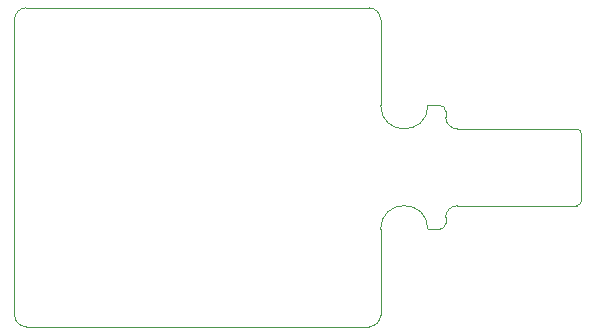
<source format=gbr>
%TF.GenerationSoftware,KiCad,Pcbnew,8.0.4*%
%TF.CreationDate,2024-07-27T11:55:36+02:00*%
%TF.ProjectId,PA3194G822_R02,50413331-3934-4473-9832-325f5230322e,2*%
%TF.SameCoordinates,Original*%
%TF.FileFunction,Profile,NP*%
%FSLAX46Y46*%
G04 Gerber Fmt 4.6, Leading zero omitted, Abs format (unit mm)*
G04 Created by KiCad (PCBNEW 8.0.4) date 2024-07-27 11:55:36*
%MOMM*%
%LPD*%
G01*
G04 APERTURE LIST*
%TA.AperFunction,Profile*%
%ADD10C,0.050000*%
%TD*%
G04 APERTURE END LIST*
D10*
X104000000Y-87500000D02*
G75*
G02*
X105000000Y-86500000I1000000J0D01*
G01*
X141500000Y-96750000D02*
G75*
G02*
X140500000Y-95750000I0J1000000D01*
G01*
X141500000Y-96750000D02*
X151600000Y-96750000D01*
X105000000Y-86500000D02*
X134000000Y-86500000D01*
X135000000Y-112500000D02*
X135000000Y-105250000D01*
X105000000Y-113500000D02*
X134000000Y-113500000D01*
X134000000Y-86500000D02*
G75*
G02*
X135000000Y-87500000I0J-1000000D01*
G01*
X135000000Y-105250000D02*
G75*
G02*
X139000000Y-105250000I2000000J0D01*
G01*
X152000000Y-97150000D02*
X152000000Y-102850000D01*
X140500000Y-104250000D02*
G75*
G02*
X141500000Y-103250000I1000000J0D01*
G01*
X135000000Y-112500000D02*
G75*
G02*
X134000000Y-113500000I-1000000J0D01*
G01*
X151600000Y-96750000D02*
G75*
G02*
X152000000Y-97150000I0J-400000D01*
G01*
X135000000Y-87500000D02*
X135000000Y-94750000D01*
X140000000Y-94750000D02*
G75*
G02*
X140500000Y-95250000I0J-500000D01*
G01*
X141500000Y-103250000D02*
X151600000Y-103250000D01*
X139000000Y-105250000D02*
X140000000Y-105250000D01*
X152000000Y-102850000D02*
G75*
G02*
X151600000Y-103250000I-400000J0D01*
G01*
X140500000Y-95250000D02*
X140500000Y-95750000D01*
X140500000Y-104750000D02*
G75*
G02*
X140000000Y-105250000I-500000J0D01*
G01*
X139000000Y-94750000D02*
X140000000Y-94750000D01*
X104000000Y-87500000D02*
X104000000Y-112500000D01*
X105000000Y-113500000D02*
G75*
G02*
X104000000Y-112500000I0J1000000D01*
G01*
X139000000Y-94750000D02*
G75*
G02*
X135000000Y-94750000I-2000000J0D01*
G01*
X140500000Y-104750000D02*
X140500000Y-104250000D01*
M02*

</source>
